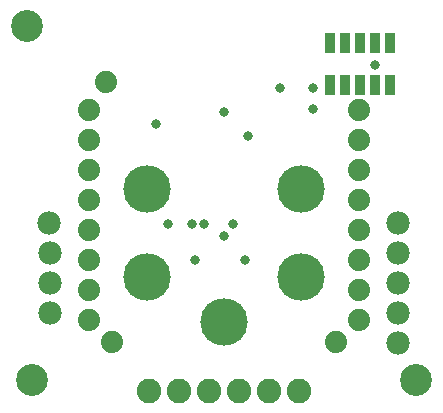
<source format=gbs>
G75*
%MOIN*%
%OFA0B0*%
%FSLAX25Y25*%
%IPPOS*%
%LPD*%
%AMOC8*
5,1,8,0,0,1.08239X$1,22.5*
%
%ADD10C,0.10643*%
%ADD11C,0.07400*%
%ADD12R,0.03400X0.06706*%
%ADD13C,0.07800*%
%ADD14C,0.15824*%
%ADD15C,0.08200*%
%ADD16C,0.03187*%
D10*
X0012458Y0012589D03*
X0010507Y0130686D03*
X0140410Y0012589D03*
D11*
X0121246Y0032771D03*
X0113805Y0025222D03*
X0121246Y0042771D03*
X0121246Y0052771D03*
X0121246Y0062771D03*
X0121246Y0072771D03*
X0121246Y0082771D03*
X0121246Y0092771D03*
X0121246Y0102771D03*
X0037033Y0111836D03*
X0031246Y0102771D03*
X0031246Y0092771D03*
X0031246Y0082771D03*
X0031246Y0072771D03*
X0031246Y0062771D03*
X0031246Y0052771D03*
X0031246Y0042771D03*
X0031246Y0032771D03*
X0039002Y0025222D03*
D12*
X0111561Y0110852D03*
X0116561Y0110852D03*
X0121561Y0110852D03*
X0126561Y0110852D03*
X0131561Y0110852D03*
X0131561Y0124927D03*
X0126561Y0124927D03*
X0121561Y0124927D03*
X0116561Y0124927D03*
X0111561Y0124927D03*
D13*
X0134474Y0064868D03*
X0134474Y0054907D03*
X0134474Y0044907D03*
X0134474Y0034868D03*
X0134435Y0024868D03*
X0018175Y0034868D03*
X0018175Y0044907D03*
X0018175Y0054868D03*
X0018135Y0064907D03*
D14*
X0050813Y0076403D03*
X0050813Y0046876D03*
X0076403Y0032112D03*
X0101994Y0046876D03*
X0101994Y0076403D03*
D15*
X0101403Y0009021D03*
X0091403Y0009021D03*
X0081403Y0009021D03*
X0071403Y0009021D03*
X0061403Y0009021D03*
X0051403Y0009021D03*
D16*
X0066561Y0052781D03*
X0076403Y0060655D03*
X0079356Y0064592D03*
X0069513Y0064592D03*
X0065576Y0064592D03*
X0057702Y0064592D03*
X0083293Y0052781D03*
X0084277Y0094120D03*
X0076403Y0101994D03*
X0095104Y0109868D03*
X0105931Y0109868D03*
X0105931Y0102978D03*
X0126561Y0117709D03*
X0053765Y0098057D03*
M02*

</source>
